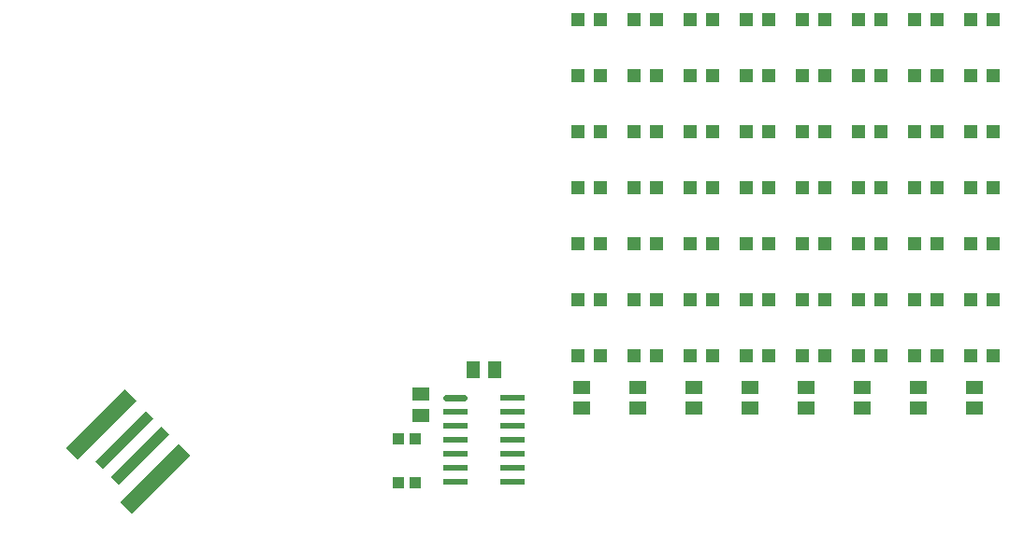
<source format=gbr>
G04 EAGLE Gerber RS-274X export*
G75*
%MOMM*%
%FSLAX34Y34*%
%LPD*%
%INSolderpaste Top*%
%IPPOS*%
%AMOC8*
5,1,8,0,0,1.08239X$1,22.5*%
G01*
%ADD10R,1.300000X1.500000*%
%ADD11R,7.500000X1.500000*%
%ADD12R,6.500000X1.000000*%
%ADD13R,1.200000X1.200000*%
%ADD14R,1.500000X1.300000*%
%ADD15C,0.609600*%
%ADD16R,2.209800X0.609600*%
%ADD17R,1.000000X1.000000*%


D10*
X390550Y152400D03*
X409550Y152400D03*
D11*
G36*
X134654Y74550D02*
X81622Y21518D01*
X71016Y32124D01*
X124048Y85156D01*
X134654Y74550D01*
G37*
D12*
G36*
X115208Y93995D02*
X69247Y48034D01*
X62176Y55105D01*
X108137Y101066D01*
X115208Y93995D01*
G37*
G36*
X101066Y108137D02*
X55105Y62176D01*
X48034Y69247D01*
X93995Y115208D01*
X101066Y108137D01*
G37*
D11*
G36*
X85156Y124048D02*
X32124Y71016D01*
X21518Y81622D01*
X74550Y134654D01*
X85156Y124048D01*
G37*
D13*
X556600Y419100D03*
X535600Y419100D03*
X607400Y419100D03*
X586400Y419100D03*
X658200Y419100D03*
X637200Y419100D03*
X709000Y419100D03*
X688000Y419100D03*
X759800Y419100D03*
X738800Y419100D03*
X810600Y419100D03*
X789600Y419100D03*
X861400Y419100D03*
X840400Y419100D03*
X505800Y368300D03*
X484800Y368300D03*
X556600Y368300D03*
X535600Y368300D03*
X607400Y368300D03*
X586400Y368300D03*
X556600Y469900D03*
X535600Y469900D03*
X658200Y368300D03*
X637200Y368300D03*
X709000Y368300D03*
X688000Y368300D03*
X759800Y368300D03*
X738800Y368300D03*
X810600Y368300D03*
X789600Y368300D03*
X861400Y368300D03*
X840400Y368300D03*
X505800Y317500D03*
X484800Y317500D03*
X556600Y317500D03*
X535600Y317500D03*
X607400Y317500D03*
X586400Y317500D03*
X658200Y317500D03*
X637200Y317500D03*
X709000Y317500D03*
X688000Y317500D03*
X607400Y469900D03*
X586400Y469900D03*
X759800Y317500D03*
X738800Y317500D03*
X810600Y317500D03*
X789600Y317500D03*
X861400Y317500D03*
X840400Y317500D03*
X505800Y266700D03*
X484800Y266700D03*
X556600Y266700D03*
X535600Y266700D03*
X607400Y266700D03*
X586400Y266700D03*
X658200Y266700D03*
X637200Y266700D03*
X709000Y266700D03*
X688000Y266700D03*
X759800Y266700D03*
X738800Y266700D03*
X810600Y266700D03*
X789600Y266700D03*
X658200Y469900D03*
X637200Y469900D03*
X861400Y266700D03*
X840400Y266700D03*
X505800Y215900D03*
X484800Y215900D03*
X556600Y215900D03*
X535600Y215900D03*
X607400Y215900D03*
X586400Y215900D03*
X658200Y215900D03*
X637200Y215900D03*
X709000Y215900D03*
X688000Y215900D03*
X759800Y215900D03*
X738800Y215900D03*
X810600Y215900D03*
X789600Y215900D03*
X861400Y215900D03*
X840400Y215900D03*
X505800Y165100D03*
X484800Y165100D03*
X709000Y469900D03*
X688000Y469900D03*
X556600Y165100D03*
X535600Y165100D03*
X607400Y165100D03*
X586400Y165100D03*
X658200Y165100D03*
X637200Y165100D03*
X709000Y165100D03*
X688000Y165100D03*
X759800Y165100D03*
X738800Y165100D03*
X810600Y165100D03*
X789600Y165100D03*
X861400Y165100D03*
X840400Y165100D03*
X759800Y469900D03*
X738800Y469900D03*
X810600Y469900D03*
X789600Y469900D03*
X861400Y469900D03*
X840400Y469900D03*
X505800Y419100D03*
X484800Y419100D03*
D14*
X342900Y111150D03*
X342900Y130150D03*
X488950Y117500D03*
X488950Y136500D03*
X539750Y117500D03*
X539750Y136500D03*
X590550Y117500D03*
X590550Y136500D03*
X641350Y117500D03*
X641350Y136500D03*
X692150Y117500D03*
X692150Y136500D03*
X742950Y117500D03*
X742950Y136500D03*
X793750Y117500D03*
X793750Y136500D03*
X844550Y117500D03*
X844550Y136500D03*
D15*
X382016Y127000D02*
X366014Y127000D01*
D16*
X426085Y127000D03*
X374015Y114300D03*
X374015Y101600D03*
X426085Y114300D03*
X426085Y101600D03*
X374015Y88900D03*
X426085Y88900D03*
X374015Y76200D03*
X374015Y63500D03*
X426085Y76200D03*
X426085Y63500D03*
X374015Y50800D03*
X426085Y50800D03*
D13*
X505800Y469900D03*
X484800Y469900D03*
D17*
X338200Y49850D03*
X322200Y49850D03*
X322200Y89850D03*
X338200Y89850D03*
M02*

</source>
